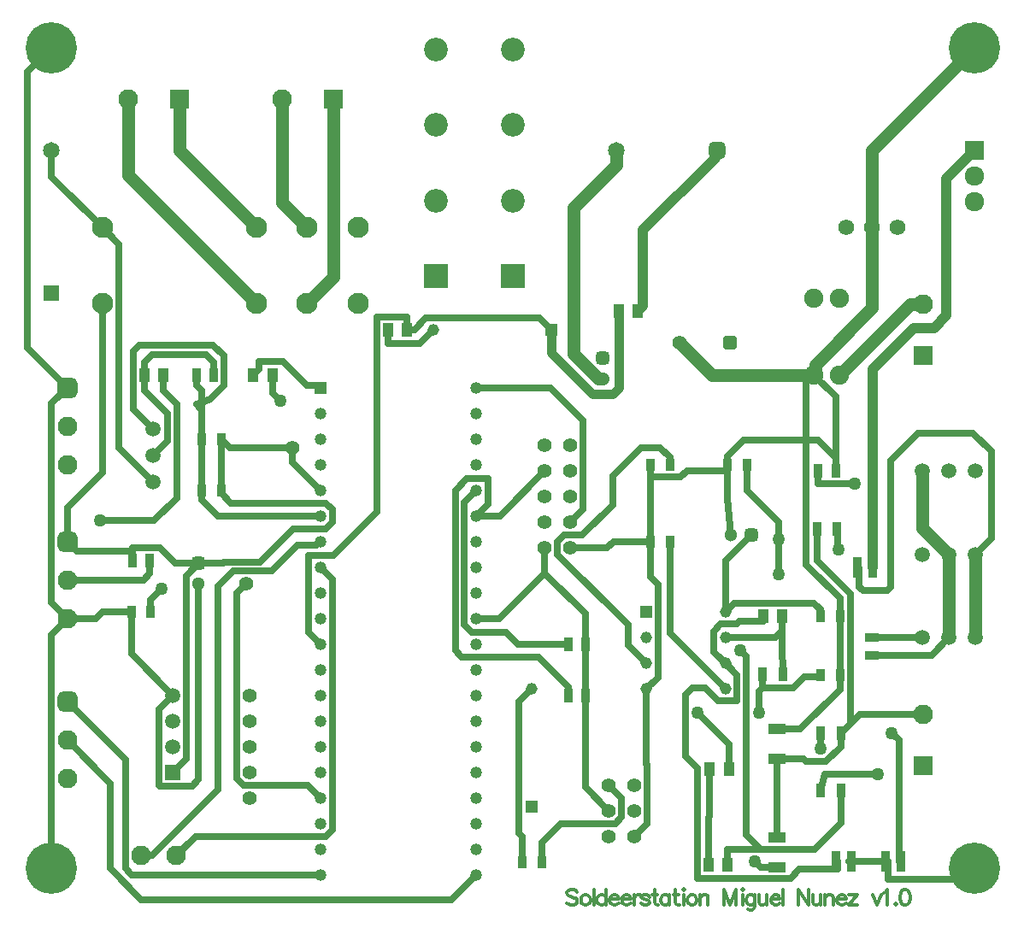
<source format=gbr>
%TF.GenerationSoftware,Altium Limited,Altium Designer,22.4.2 (48)*%
G04 Layer_Physical_Order=1*
G04 Layer_Color=255*
%FSLAX26Y26*%
%MOIN*%
%TF.SameCoordinates,DD4E5991-19CE-4C14-B0C1-6D61C62B9851*%
%TF.FilePolarity,Positive*%
%TF.FileFunction,Copper,L1,Top,Signal*%
%TF.Part,Single*%
G01*
G75*
%TA.AperFunction,SMDPad,CuDef*%
%ADD10R,0.036417X0.084646*%
%ADD11R,0.035433X0.051181*%
%ADD12R,0.039370X0.057087*%
%ADD13R,0.037402X0.057087*%
G04:AMPARAMS|DCode=14|XSize=37.008mil|YSize=69.685mil|CornerRadius=2.59mil|HoleSize=0mil|Usage=FLASHONLY|Rotation=270.000|XOffset=0mil|YOffset=0mil|HoleType=Round|Shape=RoundedRectangle|*
%AMROUNDEDRECTD14*
21,1,0.037008,0.064504,0,0,270.0*
21,1,0.031827,0.069685,0,0,270.0*
1,1,0.005181,-0.032252,-0.015914*
1,1,0.005181,-0.032252,0.015914*
1,1,0.005181,0.032252,0.015914*
1,1,0.005181,0.032252,-0.015914*
%
%ADD14ROUNDEDRECTD14*%
G04:AMPARAMS|DCode=15|XSize=42.913mil|YSize=69.685mil|CornerRadius=3.004mil|HoleSize=0mil|Usage=FLASHONLY|Rotation=270.000|XOffset=0mil|YOffset=0mil|HoleType=Round|Shape=RoundedRectangle|*
%AMROUNDEDRECTD15*
21,1,0.042913,0.063677,0,0,270.0*
21,1,0.036906,0.069685,0,0,270.0*
1,1,0.006008,-0.031839,-0.018453*
1,1,0.006008,-0.031839,0.018453*
1,1,0.006008,0.031839,0.018453*
1,1,0.006008,0.031839,-0.018453*
%
%ADD15ROUNDEDRECTD15*%
%ADD16R,0.054724X0.032677*%
%ADD17R,0.032677X0.054724*%
%TA.AperFunction,Conductor*%
%ADD18C,0.050000*%
%ADD19C,0.025000*%
%ADD20C,0.040000*%
%ADD21C,0.035000*%
%TA.AperFunction,NonConductor*%
%ADD22C,0.012000*%
%TA.AperFunction,ComponentPad*%
%ADD23C,0.055118*%
%TA.AperFunction,ViaPad*%
%ADD24C,0.200000*%
%TA.AperFunction,ComponentPad*%
%ADD25C,0.055000*%
G04:AMPARAMS|DCode=26|XSize=51.181mil|YSize=51.181mil|CornerRadius=12.795mil|HoleSize=0mil|Usage=FLASHONLY|Rotation=90.000|XOffset=0mil|YOffset=0mil|HoleType=Round|Shape=RoundedRectangle|*
%AMROUNDEDRECTD26*
21,1,0.051181,0.025591,0,0,90.0*
21,1,0.025591,0.051181,0,0,90.0*
1,1,0.025590,0.012795,0.012795*
1,1,0.025590,0.012795,-0.012795*
1,1,0.025590,-0.012795,-0.012795*
1,1,0.025590,-0.012795,0.012795*
%
%ADD26ROUNDEDRECTD26*%
%ADD27C,0.051181*%
%ADD28C,0.082677*%
%ADD29C,0.062008*%
%ADD30R,0.076772X0.076772*%
%ADD31C,0.076772*%
%ADD32C,0.045276*%
%ADD33R,0.045276X0.045276*%
%ADD34C,0.064961*%
%ADD35R,0.064961X0.064961*%
G04:AMPARAMS|DCode=36|XSize=55.118mil|YSize=55.118mil|CornerRadius=13.78mil|HoleSize=0mil|Usage=FLASHONLY|Rotation=0.000|XOffset=0mil|YOffset=0mil|HoleType=Round|Shape=RoundedRectangle|*
%AMROUNDEDRECTD36*
21,1,0.055118,0.027559,0,0,0.0*
21,1,0.027559,0.055118,0,0,0.0*
1,1,0.027559,0.013780,-0.013780*
1,1,0.027559,-0.013780,-0.013780*
1,1,0.027559,-0.013780,0.013780*
1,1,0.027559,0.013780,0.013780*
%
%ADD36ROUNDEDRECTD36*%
G04:AMPARAMS|DCode=37|XSize=64.961mil|YSize=64.961mil|CornerRadius=16.24mil|HoleSize=0mil|Usage=FLASHONLY|Rotation=0.000|XOffset=0mil|YOffset=0mil|HoleType=Round|Shape=RoundedRectangle|*
%AMROUNDEDRECTD37*
21,1,0.064961,0.032480,0,0,0.0*
21,1,0.032480,0.064961,0,0,0.0*
1,1,0.032480,0.016240,-0.016240*
1,1,0.032480,-0.016240,-0.016240*
1,1,0.032480,-0.016240,0.016240*
1,1,0.032480,0.016240,0.016240*
%
%ADD37ROUNDEDRECTD37*%
%ADD38C,0.092126*%
%ADD39R,0.092126X0.092126*%
%ADD40R,0.076772X0.076772*%
%ADD41R,0.045630X0.045630*%
%ADD42C,0.045630*%
G04:AMPARAMS|DCode=43|XSize=51.181mil|YSize=51.181mil|CornerRadius=12.795mil|HoleSize=0mil|Usage=FLASHONLY|Rotation=0.000|XOffset=0mil|YOffset=0mil|HoleType=Round|Shape=RoundedRectangle|*
%AMROUNDEDRECTD43*
21,1,0.051181,0.025591,0,0,0.0*
21,1,0.025591,0.051181,0,0,0.0*
1,1,0.025590,0.012795,-0.012795*
1,1,0.025590,-0.012795,-0.012795*
1,1,0.025590,-0.012795,0.012795*
1,1,0.025590,0.012795,0.012795*
%
%ADD43ROUNDEDRECTD43*%
%ADD44C,0.058779*%
%ADD45R,0.075591X0.075591*%
%ADD46C,0.075591*%
%ADD47C,0.075000*%
%ADD48C,0.046614*%
%ADD49R,0.046614X0.046614*%
G04:AMPARAMS|DCode=50|XSize=76.772mil|YSize=76.772mil|CornerRadius=19.193mil|HoleSize=0mil|Usage=FLASHONLY|Rotation=270.000|XOffset=0mil|YOffset=0mil|HoleType=Round|Shape=RoundedRectangle|*
%AMROUNDEDRECTD50*
21,1,0.076772,0.038386,0,0,270.0*
21,1,0.038386,0.076772,0,0,270.0*
1,1,0.038386,-0.019193,-0.019193*
1,1,0.038386,-0.019193,0.019193*
1,1,0.038386,0.019193,0.019193*
1,1,0.038386,0.019193,-0.019193*
%
%ADD50ROUNDEDRECTD50*%
%ADD51R,0.045276X0.045276*%
%ADD52C,0.059055*%
%ADD53R,0.059055X0.059055*%
%TA.AperFunction,ViaPad*%
%ADD54C,0.050000*%
D10*
X3319000Y627000D02*
D03*
X3259000D02*
D03*
X3515000D02*
D03*
X3455000D02*
D03*
X3345000Y1775000D02*
D03*
X3405000D02*
D03*
D11*
X3275496Y1355000D02*
D03*
X3200692D02*
D03*
X3275496Y1583000D02*
D03*
X3200692D02*
D03*
X862402Y2075000D02*
D03*
X787598D02*
D03*
X2537598Y1875000D02*
D03*
X2612402D02*
D03*
X2537598Y2175000D02*
D03*
X2612402D02*
D03*
X2837598D02*
D03*
X2912402D02*
D03*
X787598Y2275000D02*
D03*
X862402D02*
D03*
X512598Y1600000D02*
D03*
X587402D02*
D03*
X2112402Y625000D02*
D03*
X2037598D02*
D03*
D12*
X1587402Y2700000D02*
D03*
X1512598D02*
D03*
X2412598Y2775000D02*
D03*
X2487402D02*
D03*
X2976582Y1583000D02*
D03*
X3051386D02*
D03*
X2843402Y987000D02*
D03*
X2768598D02*
D03*
X2762598Y613220D02*
D03*
X2837402D02*
D03*
X987598Y2525000D02*
D03*
X1062402D02*
D03*
X562598D02*
D03*
X637402D02*
D03*
D13*
X3264370Y1925000D02*
D03*
X3185630D02*
D03*
X2973630Y1357000D02*
D03*
X3052370D02*
D03*
X3200630Y1126000D02*
D03*
X3279370D02*
D03*
X3200630Y903000D02*
D03*
X3279370D02*
D03*
D14*
X3030640Y603182D02*
D03*
Y1026370D02*
D03*
D15*
Y721490D02*
D03*
Y1144678D02*
D03*
D16*
X3400000Y1432284D02*
D03*
Y1500000D02*
D03*
D17*
X3258858Y2150000D02*
D03*
X3191142D02*
D03*
X583858Y1800000D02*
D03*
X516142D02*
D03*
X2216142Y1475000D02*
D03*
X2283858D02*
D03*
Y1275000D02*
D03*
X2216142D02*
D03*
X833858Y2525000D02*
D03*
X766142D02*
D03*
D18*
X3175000D02*
X3179784Y2529784D01*
Y2565784D01*
X3400000Y2786000D02*
Y3100000D01*
X3179784Y2565784D02*
X3400000Y2786000D01*
X2789370Y3392520D02*
X2796850Y3400000D01*
X2237000Y2606187D02*
Y3178000D01*
X2403150Y3344150D01*
Y3400000D01*
X2237000Y2606187D02*
X2332331Y2510856D01*
X2349774D01*
X2350000Y2510630D01*
X1100000Y3198426D02*
Y3600000D01*
Y3198426D02*
X1198426Y3100000D01*
X1300000Y2906298D02*
Y3600000D01*
X1198426Y2804724D02*
X1300000Y2906298D01*
X3275000Y2525000D02*
X3550000Y2800000D01*
X3600000D01*
X3597638Y1927362D02*
Y2150000D01*
Y1927362D02*
X3700000Y1825000D01*
X2776574Y2525000D02*
X3175000D01*
X2651574Y2650000D02*
X2776574Y2525000D01*
X500000Y3304724D02*
Y3600000D01*
Y3304724D02*
X1000000Y2804724D01*
X700000Y3400000D02*
Y3600000D01*
Y3400000D02*
X1000000Y3100000D01*
X3400000D02*
Y3400000D01*
X3800000Y3800000D01*
X3700000Y1500000D02*
Y1825000D01*
X3802362Y1500000D02*
Y1825000D01*
D19*
X3795000Y2297000D02*
X3866000Y2226000D01*
Y1888638D02*
Y2226000D01*
X3802362Y1825000D02*
X3866000Y1888638D01*
X3580000Y2297000D02*
X3795000D01*
X3474000Y2191000D02*
X3580000Y2297000D01*
X3345000Y1775000D02*
X3350709Y1769291D01*
X3365645Y1684000D02*
X3459355D01*
X3350709Y1730824D02*
Y1769291D01*
Y1730824D02*
X3351000Y1730532D01*
Y1698645D02*
Y1730532D01*
Y1698645D02*
X3365645Y1684000D01*
X3185630Y1801370D02*
X3316000Y1671000D01*
Y1163370D02*
Y1671000D01*
X3474000Y1698645D02*
Y2191000D01*
X3459355Y1684000D02*
X3474000Y1698645D01*
X3175000Y2525000D02*
X3258858Y2441142D01*
Y2200000D02*
Y2441142D01*
X3144000Y1784496D02*
X3275496Y1653000D01*
Y1583000D02*
Y1653000D01*
Y1355000D02*
Y1583000D01*
X3316370Y1163000D02*
X3353370Y1200000D01*
X3185630Y1801370D02*
Y1925000D01*
X3144000Y1784496D02*
Y2269598D01*
X3275496Y1298496D02*
Y1355000D01*
X3462874Y559000D02*
X3800000D01*
X3462874D02*
Y627000D01*
X2679000Y2152000D02*
X2837598D01*
X3455000Y627000D02*
X3462874D01*
X3319000D02*
X3455000D01*
X3311126D02*
X3319000D01*
X2961000Y1292370D02*
X2973630Y1305000D01*
X2961000Y1206000D02*
Y1292370D01*
X3264370Y1925000D02*
X3267685Y1921685D01*
Y1847315D02*
X3271000Y1844000D01*
X3267685Y1847315D02*
Y1921685D01*
X3279370Y777370D02*
Y903000D01*
X3176500Y674500D02*
X3279370Y777370D01*
X2966500Y674500D02*
X3176500D01*
X300188Y1838000D02*
X516142D01*
Y1850000D01*
X3258858Y2150000D02*
Y2200000D01*
X3144000Y2269598D02*
X3189260D01*
X2900000D02*
X3144000D01*
X2837598Y2043402D02*
Y2152000D01*
X3144000Y2269598D02*
Y2494000D01*
X787598Y2418695D02*
Y2462946D01*
Y2389000D02*
Y2418695D01*
Y2275000D02*
Y2389000D01*
Y2418695D02*
X819571Y2430973D01*
X766142Y2410456D02*
X787598Y2418695D01*
X2837402Y674500D02*
X2966500D01*
X2884000Y1565000D02*
X2976582D01*
X3118000Y596000D02*
X3266874D01*
X3051386Y1529000D02*
Y1583000D01*
Y1469984D02*
Y1529000D01*
X1196192Y2485808D02*
X1250000D01*
X3136000Y1347000D02*
X3200692D01*
X3036000Y1884000D02*
Y1951000D01*
Y1749000D02*
Y1884000D01*
X2944000Y627000D02*
X2967818Y603182D01*
X3030640D01*
X775000Y1789370D02*
X869446D01*
X874388Y1794312D01*
X1014592D01*
X1145280Y1925000D01*
X1271000D01*
X1296000Y1950000D01*
Y2000000D01*
X1271000Y2025000D02*
X1296000Y2000000D01*
X901402Y2025000D02*
X1271000D01*
X862402Y2064000D02*
X901402Y2025000D01*
X862402Y2064000D02*
Y2075000D01*
X399212Y2145212D02*
Y2804724D01*
X263188Y2009188D02*
X399212Y2145212D01*
X263188Y1875000D02*
Y2009188D01*
X896654Y2240748D02*
X1140552D01*
X862402Y2275000D02*
X896654Y2240748D01*
X3144000Y2494000D02*
X3175000Y2525000D01*
X2837598Y2043402D02*
X2850000Y1900000D01*
X108000Y2630188D02*
X263188Y2475000D01*
X108000Y2630188D02*
Y3708000D01*
X200000Y3800000D01*
X202000Y1636188D02*
X263188Y1575000D01*
X202000Y1636188D02*
Y2413812D01*
X263188Y2475000D01*
X766142Y2484402D02*
Y2525000D01*
Y2484402D02*
X787598Y2462946D01*
X520000Y2390828D02*
X598032Y2312796D01*
X520000Y2390828D02*
Y2618000D01*
X543000Y2641000D01*
X832000D01*
X873000Y2600000D01*
Y2484402D02*
Y2600000D01*
X819571Y2430973D02*
X873000Y2484402D01*
X766142Y2410456D02*
X787598Y2389000D01*
X2612402Y1516338D02*
X2828740Y1300000D01*
X2612402Y1516338D02*
Y1875000D01*
Y2175000D02*
Y2204598D01*
X2575000Y2242000D02*
X2612402Y2204598D01*
X2500000Y2242000D02*
X2575000D01*
X2390000Y2132000D02*
X2500000Y2242000D01*
X2390000Y2018000D02*
Y2132000D01*
X2272000Y1900000D02*
X2390000Y2018000D01*
X2200000Y1900000D02*
X2272000D01*
X2175000Y1875000D02*
X2200000Y1900000D01*
X2175000Y1825000D02*
Y1875000D01*
Y1825000D02*
X2449000Y1551000D01*
Y1472260D02*
Y1551000D01*
Y1472260D02*
X2521260Y1400000D01*
X2037598Y625000D02*
Y725402D01*
X2025000Y738000D02*
X2037598Y725402D01*
X2025000Y738000D02*
Y1250000D01*
X2075000Y1300000D01*
X3478000Y1129000D02*
X3507126Y1099874D01*
Y627000D02*
Y1099874D01*
X3051386Y1469984D02*
X3052370Y1357000D01*
X1250000Y1775000D02*
X1296000Y1729000D01*
Y750000D02*
Y1729000D01*
X1271000Y725000D02*
X1296000Y750000D01*
X762796Y725000D02*
X1271000D01*
X687796Y650000D02*
X762796Y725000D01*
X390000Y1956000D02*
X600000D01*
X689000Y2045000D01*
Y2411402D01*
X637402Y2463000D02*
X689000Y2411402D01*
X637402Y2463000D02*
Y2525000D01*
X2216142Y1275000D02*
Y1308858D01*
X2100000Y1425000D02*
X2216142Y1308858D01*
X1801000Y1425000D02*
X2100000D01*
X1776000Y1450000D02*
X1801000Y1425000D01*
X1776000Y1450000D02*
Y2075000D01*
X1822000Y2121000D01*
X1904000D01*
Y2021520D02*
Y2121000D01*
X1857480Y1975000D02*
X1904000Y2021520D01*
X2225000Y1950000D02*
X2275000Y2000000D01*
Y2348000D01*
X2148000Y2475000D02*
X2275000Y2348000D01*
X1857480Y2475000D02*
X2148000D01*
X3353370Y1200000D02*
X3600000D01*
X3400000Y1432284D02*
X3632284D01*
X3700000Y1500000D01*
X2912402Y2074598D02*
X3036000Y1951000D01*
X2912402Y2074598D02*
Y2175000D01*
X3215630Y967000D02*
X3424000D01*
X3200630Y903000D02*
X3215630Y967000D01*
X514000Y575000D02*
X1250000D01*
X489000Y600000D02*
X514000Y575000D01*
X489000Y600000D02*
Y1024188D01*
X263188Y1250000D02*
X489000Y1024188D01*
X1761480Y479000D02*
X1857480Y575000D01*
X552000Y479000D02*
X1761480D01*
X431000Y600000D02*
X552000Y479000D01*
X431000Y600000D02*
Y932188D01*
X263188Y1100000D02*
X431000Y932188D01*
X562598Y2464000D02*
Y2525000D01*
Y2464000D02*
X654000Y2372598D01*
Y2266402D02*
Y2372598D01*
X598032Y2210434D02*
X654000Y2266402D01*
X2837402Y613220D02*
Y674500D01*
X2909056Y731944D02*
X2966500Y674500D01*
X2909056Y731944D02*
Y1427944D01*
X2887000Y1450000D02*
X2909056Y1427944D01*
X1062402Y2455598D02*
X1093000Y2425000D01*
X1062402Y2455598D02*
Y2525000D01*
X3266874Y596000D02*
Y627000D01*
X3084000Y562000D02*
X3118000Y596000D01*
X2720000Y562000D02*
X3084000D01*
X2720000D02*
Y991000D01*
X2673000Y1038000D02*
X2720000Y991000D01*
X2673000Y1038000D02*
Y1278000D01*
X2700000Y1305000D01*
X2749000D01*
X2800000Y1254000D01*
X2874056D01*
Y1354684D01*
X2828740Y1400000D02*
X2874056Y1354684D01*
X1857480Y1575000D02*
X1947962D01*
X2125000Y1752038D01*
X550000Y650000D02*
X593000D01*
X850000Y907000D01*
Y1700312D01*
X909000Y1759312D01*
X1059682D01*
X1159866Y1859496D01*
X1234496D01*
X1250000Y1875000D01*
Y2475000D02*
Y2485808D01*
X1105000Y2577000D02*
X1196192Y2485808D01*
X1009000Y2577000D02*
X1105000D01*
X1009000Y2546402D02*
Y2577000D01*
X987598Y2525000D02*
X1009000Y2546402D01*
X1587402Y2700000D02*
Y2752000D01*
X1470000D02*
X1587402D01*
X1470000Y1991000D02*
Y2752000D01*
X1300000Y1821000D02*
X1470000Y1991000D01*
X1204000Y1821000D02*
X1300000D01*
X1204000Y1521000D02*
Y1821000D01*
Y1521000D02*
X1250000Y1475000D01*
X622000Y1222000D02*
X675000Y1275000D01*
X622000Y923000D02*
Y1222000D01*
Y923000D02*
X623000Y922000D01*
X750000D01*
X775000Y947000D01*
Y1710630D01*
X3200630Y1067000D02*
Y1126000D01*
X2283858Y1475000D02*
Y1593180D01*
X2125000Y1752038D02*
X2283858Y1593180D01*
X2125000Y1752038D02*
Y1850000D01*
X583858Y1750000D02*
Y1800000D01*
X558858Y1725000D02*
X583858Y1750000D01*
X263188Y1725000D02*
X558858D01*
X587402Y1600000D02*
Y1647402D01*
X631000Y1691000D01*
X2843402Y987000D02*
Y1084598D01*
X2721000Y1207000D02*
X2843402Y1084598D01*
X2019000Y1475000D02*
X2216142D01*
X1973000Y1521000D02*
X2019000Y1475000D01*
X1840000Y1521000D02*
X1973000D01*
X1811000Y1550000D02*
X1840000Y1521000D01*
X1811000Y1550000D02*
Y2028520D01*
X1857480Y2075000D01*
X3030640Y1026370D02*
X3134630D01*
X3144500Y1016500D01*
X3221870D01*
X3279370Y1074000D01*
Y1126000D01*
X1857480Y1975000D02*
X1950000D01*
X2125000Y2150000D01*
X2976582Y1565000D02*
Y1583000D01*
X2873000Y1554000D02*
X2884000Y1565000D01*
X2812000Y1554000D02*
X2873000D01*
X2783000Y1525000D02*
X2812000Y1554000D01*
X2783000Y1445740D02*
Y1525000D01*
Y1445740D02*
X2828740Y1400000D01*
X3200692Y1347000D02*
Y1355000D01*
X3094000Y1305000D02*
X3136000Y1347000D01*
X2973630Y1305000D02*
X3094000D01*
X2973630D02*
Y1357000D01*
X3191142Y2100000D02*
Y2150000D01*
Y2100000D02*
X3335000D01*
X3279370Y1126740D02*
X3316000Y1163370D01*
X3279370Y1126000D02*
Y1126740D01*
X2283858Y916142D02*
Y1275000D01*
Y916142D02*
X2375000Y825000D01*
Y925000D02*
X2425000Y875000D01*
Y800000D02*
Y875000D01*
X2400000Y775000D02*
X2425000Y800000D01*
X2187402Y775000D02*
X2400000D01*
X2112402Y700000D02*
X2187402Y775000D01*
X2112402Y625000D02*
Y700000D01*
X3030640Y1144678D02*
X3121678D01*
X3275496Y1298496D01*
X2828740Y1500000D02*
X3022386D01*
X3051386Y1529000D01*
X200000Y3299212D02*
Y3400000D01*
Y3299212D02*
X399212Y3100000D01*
X1140552Y2184448D02*
X1250000Y2075000D01*
X1140552Y2184448D02*
Y2240748D01*
X512598Y1437402D02*
Y1600000D01*
Y1437402D02*
X675000Y1275000D01*
X2828740Y1600000D02*
Y1800000D01*
X2928740Y1900000D01*
X925000Y1674804D02*
X959448Y1709252D01*
X925000Y950000D02*
Y1674804D01*
Y950000D02*
X950000Y925000D01*
X1200000D01*
X1250000Y875000D01*
X516142Y1800000D02*
Y1838000D01*
X263188Y1875000D02*
X300188Y1838000D01*
X850000Y1975000D02*
X1250000D01*
X787598Y2037402D02*
X850000Y1975000D01*
X787598Y2037402D02*
Y2075000D01*
X464000Y2242102D02*
X598032Y2108070D01*
X464000Y2242102D02*
Y3035212D01*
X399212Y3100000D02*
X464000Y3035212D01*
X726000Y1740370D02*
X775000Y1789370D01*
X726000Y1327000D02*
Y1740370D01*
Y1327000D02*
X728000Y1325000D01*
Y1028000D02*
Y1325000D01*
X675000Y975000D02*
X728000Y1028000D01*
X2521260Y1007000D02*
Y1300000D01*
Y1007000D02*
X2525000Y1003260D01*
Y775000D02*
Y1003260D01*
X2475000Y725000D02*
X2525000Y775000D01*
X3800000Y559000D02*
Y600000D01*
X200000D02*
Y1511812D01*
X263188Y1575000D01*
X3189260Y2269598D02*
X3258858Y2200000D01*
X2837598Y2207196D02*
X2900000Y2269598D01*
X2837598Y2175000D02*
Y2207196D01*
X2828740Y1600000D02*
X2863740Y1635000D01*
X3175000D01*
X3200692Y1609308D01*
Y1583000D02*
Y1609308D01*
X683630Y1789370D02*
X775000D01*
X623000Y1850000D02*
X683630Y1789370D01*
X516142Y1850000D02*
X623000D01*
X2537598Y1736000D02*
Y1875000D01*
Y1736000D02*
X2567000Y1706598D01*
Y1345740D02*
Y1706598D01*
X2521260Y1300000D02*
X2567000Y1345740D01*
X2837598Y2152000D02*
Y2175000D01*
X2653000Y2126000D02*
X2679000Y2152000D01*
X2537598Y2126000D02*
X2653000D01*
X2537598D02*
Y2175000D01*
X833858Y2525000D02*
Y2575000D01*
X803858Y2605000D02*
X833858Y2575000D01*
X592598Y2605000D02*
X803858D01*
X562598Y2575000D02*
X592598Y2605000D01*
X562598Y2525000D02*
Y2575000D01*
X1587402Y2700000D02*
X1616000D01*
X1662000Y2746000D01*
X2104000D01*
X2150000Y2700000D01*
X1512598Y2648000D02*
Y2700000D01*
Y2648000D02*
X1637370D01*
X1689370Y2700000D01*
X2283858Y1275000D02*
Y1475000D01*
X862402Y2075000D02*
Y2275000D01*
X2393000Y1875000D02*
X2537598D01*
X2368000Y1850000D02*
X2393000Y1875000D01*
X2225000Y1850000D02*
X2368000D01*
X2537598Y1875000D02*
Y2126000D01*
X400000Y1600000D02*
X512598D01*
X375000Y1575000D02*
X400000Y1600000D01*
X263188Y1575000D02*
X375000D01*
X787598Y2075000D02*
Y2275000D01*
X3030640Y721490D02*
Y1026370D01*
X2768598Y803000D02*
Y987000D01*
X2762598Y797000D02*
X2768598Y803000D01*
X2762598Y613220D02*
Y797000D01*
X3400000Y1500000D02*
X3597638D01*
D20*
X3692000Y3292000D02*
X3800000Y3400000D01*
X3692000Y2757000D02*
Y3292000D01*
X3642874Y2707874D02*
X3692000Y2757000D01*
X3563874Y2707874D02*
X3642874D01*
X3405000Y2549000D02*
X3563874Y2707874D01*
X3405000Y1775000D02*
Y2549000D01*
X2508000Y2795598D02*
Y3090741D01*
X2487402Y2775000D02*
X2508000Y2795598D01*
Y3090741D02*
X2789370Y3372110D01*
Y3392520D01*
D21*
X2412598Y2473598D02*
Y2775000D01*
X2311000Y2450000D02*
X2389000D01*
X2412598Y2473598D01*
X2150000Y2611000D02*
Y2700000D01*
Y2611000D02*
X2311000Y2450000D01*
D22*
X2251991Y508413D02*
X2246278Y514126D01*
X2237709Y516983D01*
X2226283D01*
X2217713Y514126D01*
X2212000Y508413D01*
Y502700D01*
X2214856Y496987D01*
X2217713Y494131D01*
X2223426Y491274D01*
X2240565Y485561D01*
X2246278Y482704D01*
X2249135Y479848D01*
X2251991Y474135D01*
Y465565D01*
X2246278Y459852D01*
X2237709Y456996D01*
X2226283D01*
X2217713Y459852D01*
X2212000Y465565D01*
X2279700Y496987D02*
X2273987Y494131D01*
X2268274Y488418D01*
X2265417Y479848D01*
Y474135D01*
X2268274Y465565D01*
X2273987Y459852D01*
X2279700Y456996D01*
X2288269D01*
X2293982Y459852D01*
X2299695Y465565D01*
X2302552Y474135D01*
Y479848D01*
X2299695Y488418D01*
X2293982Y494131D01*
X2288269Y496987D01*
X2279700D01*
X2315692Y516983D02*
Y456996D01*
X2362539Y516983D02*
Y456996D01*
Y488418D02*
X2356826Y494131D01*
X2351113Y496987D01*
X2342543D01*
X2336830Y494131D01*
X2331117Y488418D01*
X2328261Y479848D01*
Y474135D01*
X2331117Y465565D01*
X2336830Y459852D01*
X2342543Y456996D01*
X2351113D01*
X2356826Y459852D01*
X2362539Y465565D01*
X2378536Y479848D02*
X2412814D01*
Y485561D01*
X2409957Y491274D01*
X2407101Y494131D01*
X2401388Y496987D01*
X2392818D01*
X2387105Y494131D01*
X2381392Y488418D01*
X2378536Y479848D01*
Y474135D01*
X2381392Y465565D01*
X2387105Y459852D01*
X2392818Y456996D01*
X2401388D01*
X2407101Y459852D01*
X2412814Y465565D01*
X2425668Y479848D02*
X2459947D01*
Y485561D01*
X2457090Y491274D01*
X2454234Y494131D01*
X2448521Y496987D01*
X2439951D01*
X2434238Y494131D01*
X2428525Y488418D01*
X2425668Y479848D01*
Y474135D01*
X2428525Y465565D01*
X2434238Y459852D01*
X2439951Y456996D01*
X2448521D01*
X2454234Y459852D01*
X2459947Y465565D01*
X2472801Y496987D02*
Y456996D01*
Y479848D02*
X2475658Y488418D01*
X2481371Y494131D01*
X2487084Y496987D01*
X2495653D01*
X2532503Y488418D02*
X2529646Y494131D01*
X2521077Y496987D01*
X2512507D01*
X2503937Y494131D01*
X2501081Y488418D01*
X2503937Y482704D01*
X2509651Y479848D01*
X2523933Y476991D01*
X2529646Y474135D01*
X2532503Y468422D01*
Y465565D01*
X2529646Y459852D01*
X2521077Y456996D01*
X2512507D01*
X2503937Y459852D01*
X2501081Y465565D01*
X2553641Y516983D02*
Y468422D01*
X2556498Y459852D01*
X2562211Y456996D01*
X2567924D01*
X2545072Y496987D02*
X2565067D01*
X2610772D02*
Y456996D01*
Y488418D02*
X2605059Y494131D01*
X2599345Y496987D01*
X2590776D01*
X2585063Y494131D01*
X2579350Y488418D01*
X2576493Y479848D01*
Y474135D01*
X2579350Y465565D01*
X2585063Y459852D01*
X2590776Y456996D01*
X2599345D01*
X2605059Y459852D01*
X2610772Y465565D01*
X2635338Y516983D02*
Y468422D01*
X2638194Y459852D01*
X2643907Y456996D01*
X2649620D01*
X2626768Y496987D02*
X2646764D01*
X2663903Y516983D02*
X2666760Y514126D01*
X2669616Y516983D01*
X2666760Y519839D01*
X2663903Y516983D01*
X2666760Y496987D02*
Y456996D01*
X2694468Y496987D02*
X2688755Y494131D01*
X2683042Y488418D01*
X2680185Y479848D01*
Y474135D01*
X2683042Y465565D01*
X2688755Y459852D01*
X2694468Y456996D01*
X2703037D01*
X2708751Y459852D01*
X2714464Y465565D01*
X2717320Y474135D01*
Y479848D01*
X2714464Y488418D01*
X2708751Y494131D01*
X2703037Y496987D01*
X2694468D01*
X2730460D02*
Y456996D01*
Y485561D02*
X2739030Y494131D01*
X2744743Y496987D01*
X2753312D01*
X2759026Y494131D01*
X2761882Y485561D01*
Y456996D01*
X2824726Y516983D02*
Y456996D01*
Y516983D02*
X2847578Y456996D01*
X2870430Y516983D02*
X2847578Y456996D01*
X2870430Y516983D02*
Y456996D01*
X2893283Y516983D02*
X2896139Y514126D01*
X2898996Y516983D01*
X2896139Y519839D01*
X2893283Y516983D01*
X2896139Y496987D02*
Y456996D01*
X2943843Y496987D02*
Y451283D01*
X2940987Y442713D01*
X2938130Y439856D01*
X2932417Y437000D01*
X2923847D01*
X2918134Y439856D01*
X2943843Y488418D02*
X2938130Y494131D01*
X2932417Y496987D01*
X2923847D01*
X2918134Y494131D01*
X2912421Y488418D01*
X2909565Y479848D01*
Y474135D01*
X2912421Y465565D01*
X2918134Y459852D01*
X2923847Y456996D01*
X2932417D01*
X2938130Y459852D01*
X2943843Y465565D01*
X2959840Y496987D02*
Y468422D01*
X2962696Y459852D01*
X2968409Y456996D01*
X2976979D01*
X2982692Y459852D01*
X2991262Y468422D01*
Y496987D02*
Y456996D01*
X3006972Y479848D02*
X3041251D01*
Y485561D01*
X3038394Y491274D01*
X3035538Y494131D01*
X3029825Y496987D01*
X3021255D01*
X3015542Y494131D01*
X3009829Y488418D01*
X3006972Y479848D01*
Y474135D01*
X3009829Y465565D01*
X3015542Y459852D01*
X3021255Y456996D01*
X3029825D01*
X3035538Y459852D01*
X3041251Y465565D01*
X3054105Y516983D02*
Y456996D01*
X3113807Y516983D02*
Y456996D01*
Y516983D02*
X3153798Y456996D01*
Y516983D02*
Y456996D01*
X3170366Y496987D02*
Y468422D01*
X3173223Y459852D01*
X3178936Y456996D01*
X3187505D01*
X3193218Y459852D01*
X3201788Y468422D01*
Y496987D02*
Y456996D01*
X3217499Y496987D02*
Y456996D01*
Y485561D02*
X3226068Y494131D01*
X3231782Y496987D01*
X3240351D01*
X3246064Y494131D01*
X3248921Y485561D01*
Y456996D01*
X3264632Y479848D02*
X3298910D01*
Y485561D01*
X3296053Y491274D01*
X3293197Y494131D01*
X3287484Y496987D01*
X3278914D01*
X3273201Y494131D01*
X3267488Y488418D01*
X3264632Y479848D01*
Y474135D01*
X3267488Y465565D01*
X3273201Y459852D01*
X3278914Y456996D01*
X3287484D01*
X3293197Y459852D01*
X3298910Y465565D01*
X3343186Y496987D02*
X3311765Y456996D01*
Y496987D02*
X3343186D01*
X3311765Y456996D02*
X3343186D01*
X3402888Y496987D02*
X3420027Y456996D01*
X3437166Y496987D02*
X3420027Y456996D01*
X3446878Y505557D02*
X3452592Y508413D01*
X3461161Y516983D01*
Y456996D01*
X3493726Y462709D02*
X3490869Y459852D01*
X3493726Y456996D01*
X3496582Y459852D01*
X3493726Y462709D01*
X3526861Y516983D02*
X3518292Y514126D01*
X3512579Y505557D01*
X3509722Y491274D01*
Y482704D01*
X3512579Y468422D01*
X3518292Y459852D01*
X3526861Y456996D01*
X3532574D01*
X3541144Y459852D01*
X3546857Y468422D01*
X3549714Y482704D01*
Y491274D01*
X3546857Y505557D01*
X3541144Y514126D01*
X3532574Y516983D01*
X3526861D01*
D23*
X959448Y1709252D02*
D03*
X1140552Y2240748D02*
D03*
X2651574Y2650000D02*
D03*
D24*
X200000Y3800000D02*
D03*
X3800000D02*
D03*
Y600000D02*
D03*
X200000D02*
D03*
D25*
X2125000Y1850000D02*
D03*
Y1950000D02*
D03*
Y2050000D02*
D03*
Y2150000D02*
D03*
Y2250000D02*
D03*
X2225000D02*
D03*
Y2150000D02*
D03*
Y2050000D02*
D03*
Y1950000D02*
D03*
Y1850000D02*
D03*
X975000Y875000D02*
D03*
Y975000D02*
D03*
Y1075000D02*
D03*
Y1175000D02*
D03*
Y1275000D02*
D03*
X2475000Y725000D02*
D03*
Y825000D02*
D03*
Y925000D02*
D03*
X2375000D02*
D03*
Y825000D02*
D03*
Y725000D02*
D03*
D26*
X775000Y1789370D02*
D03*
X2350000Y2589370D02*
D03*
D27*
X775000Y1710630D02*
D03*
X2350000Y2510630D02*
D03*
X2850000Y1900000D02*
D03*
D28*
X399212Y3100000D02*
D03*
X1000000D02*
D03*
X1198426D02*
D03*
X1396850D02*
D03*
Y2804724D02*
D03*
X1198426D02*
D03*
X1000000D02*
D03*
X399212D02*
D03*
D29*
X3500000Y3100000D02*
D03*
X3400000D02*
D03*
X3300000D02*
D03*
D30*
X700000Y3600000D02*
D03*
X1300000D02*
D03*
D31*
X500000D02*
D03*
X1100000D02*
D03*
X3600000Y1200000D02*
D03*
Y2800000D02*
D03*
X263188Y1575000D02*
D03*
Y1725000D02*
D03*
X687796Y650000D02*
D03*
X550000D02*
D03*
X263188Y2175000D02*
D03*
Y2325000D02*
D03*
Y950000D02*
D03*
Y1100000D02*
D03*
D32*
X1689370Y2700000D02*
D03*
X2075000Y1300000D02*
D03*
D33*
X2150000Y2700000D02*
D03*
D34*
X200000Y3400000D02*
D03*
X2403150D02*
D03*
D35*
X200000Y2844882D02*
D03*
D36*
X2848426Y2650000D02*
D03*
D37*
X2796850Y3400000D02*
D03*
D38*
X1700000Y3795276D02*
D03*
Y3500000D02*
D03*
Y3204724D02*
D03*
X2000000Y3795276D02*
D03*
Y3500000D02*
D03*
Y3204724D02*
D03*
D39*
X1700000Y2909448D02*
D03*
X2000000D02*
D03*
D40*
X3600000Y1000000D02*
D03*
Y2600000D02*
D03*
D41*
X2521260Y1600000D02*
D03*
D42*
Y1500000D02*
D03*
Y1400000D02*
D03*
Y1300000D02*
D03*
X2828740D02*
D03*
Y1400000D02*
D03*
Y1500000D02*
D03*
Y1600000D02*
D03*
D43*
X2928740Y1900000D02*
D03*
D44*
X3597638Y1500000D02*
D03*
X3700000D02*
D03*
X3802362D02*
D03*
Y1825000D02*
D03*
X3700000D02*
D03*
X3597638D02*
D03*
Y2150000D02*
D03*
X3700000D02*
D03*
X3802362D02*
D03*
X598032Y2108070D02*
D03*
Y2210434D02*
D03*
Y2312796D02*
D03*
D45*
X3800000Y3400000D02*
D03*
D46*
Y3300000D02*
D03*
Y3200000D02*
D03*
D47*
X3175000Y2825000D02*
D03*
X3275000D02*
D03*
Y2525000D02*
D03*
X3175000D02*
D03*
D48*
X1857480Y2475000D02*
D03*
Y2375000D02*
D03*
Y2275000D02*
D03*
Y2175000D02*
D03*
Y2075000D02*
D03*
Y1975000D02*
D03*
Y1875000D02*
D03*
Y1775000D02*
D03*
Y1675000D02*
D03*
Y1575000D02*
D03*
Y1475000D02*
D03*
Y1375000D02*
D03*
Y1275000D02*
D03*
Y1175000D02*
D03*
Y1075000D02*
D03*
Y975000D02*
D03*
Y875000D02*
D03*
Y775000D02*
D03*
Y675000D02*
D03*
Y575000D02*
D03*
X1250000D02*
D03*
Y675000D02*
D03*
Y775000D02*
D03*
Y875000D02*
D03*
Y975000D02*
D03*
Y1075000D02*
D03*
Y1175000D02*
D03*
Y1275000D02*
D03*
Y1375000D02*
D03*
Y1475000D02*
D03*
Y1575000D02*
D03*
Y1675000D02*
D03*
Y1775000D02*
D03*
Y1875000D02*
D03*
Y1975000D02*
D03*
Y2075000D02*
D03*
Y2175000D02*
D03*
Y2275000D02*
D03*
Y2375000D02*
D03*
D49*
Y2475000D02*
D03*
D50*
X263188Y1875000D02*
D03*
Y2475000D02*
D03*
Y1250000D02*
D03*
D51*
X2075000Y839370D02*
D03*
D52*
X675000Y1275000D02*
D03*
Y1175000D02*
D03*
Y1075000D02*
D03*
D53*
Y975000D02*
D03*
D54*
X2961000Y1206000D02*
D03*
X3271000Y1844000D02*
D03*
X2944000Y627000D02*
D03*
X3478000Y1129000D02*
D03*
X390000Y1956000D02*
D03*
X3036000Y1749000D02*
D03*
Y1884000D02*
D03*
X3424000Y967000D02*
D03*
X2887000Y1450000D02*
D03*
X1093000Y2425000D02*
D03*
X3200630Y1067000D02*
D03*
X631000Y1691000D02*
D03*
X2721000Y1207000D02*
D03*
X3335000Y2100000D02*
D03*
%TF.MD5,3e91620373198148f3691f8d1305e872*%
M02*

</source>
